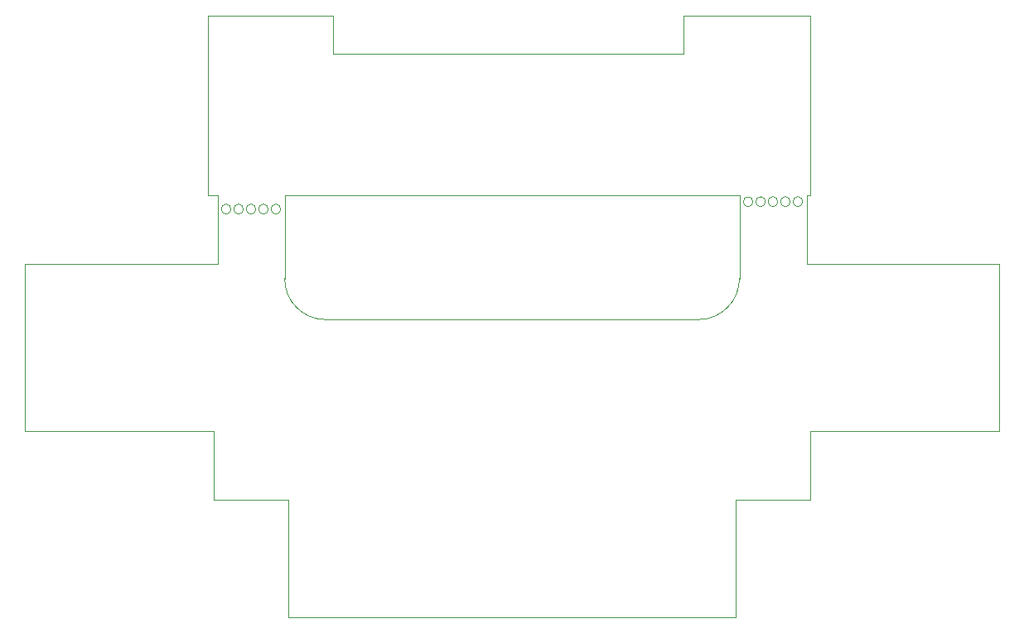
<source format=gbr>
%TF.GenerationSoftware,KiCad,Pcbnew,8.0.5*%
%TF.CreationDate,2024-09-27T22:13:58+09:00*%
%TF.ProjectId,_____,e9a4f3fa-7f2e-46b6-9963-61645f706362,rev?*%
%TF.SameCoordinates,Original*%
%TF.FileFunction,Profile,NP*%
%FSLAX46Y46*%
G04 Gerber Fmt 4.6, Leading zero omitted, Abs format (unit mm)*
G04 Created by KiCad (PCBNEW 8.0.5) date 2024-09-27 22:13:58*
%MOMM*%
%LPD*%
G01*
G04 APERTURE LIST*
%TA.AperFunction,Profile*%
%ADD10C,0.100000*%
%TD*%
G04 APERTURE END LIST*
D10*
X102579886Y-54607000D02*
X106516886Y-54607000D01*
X69940886Y-81785000D02*
G75*
G02*
X65749900Y-77594000I14J4191000D01*
G01*
X58510886Y-100200000D02*
X66130886Y-100200000D01*
X65749886Y-76070000D02*
X65749886Y-77594000D01*
X70702886Y-50670000D02*
X57875886Y-50670000D01*
X65749886Y-72006000D02*
X65749886Y-76070000D01*
X112231886Y-70355000D02*
X112231886Y-77594000D01*
X58891886Y-76070000D02*
X58891886Y-72006000D01*
X138774886Y-93215000D02*
X138774886Y-76070000D01*
X119470886Y-50670000D02*
X119470886Y-69085000D01*
X106516886Y-54607000D02*
X106516886Y-50670000D01*
X112231886Y-77594000D02*
G75*
G02*
X108040886Y-81784986I-4190986J0D01*
G01*
X111850886Y-112265000D02*
X111850886Y-100200000D01*
X117422886Y-69720000D02*
G75*
G02*
X116422886Y-69720000I-500000J0D01*
G01*
X116422886Y-69720000D02*
G75*
G02*
X117422886Y-69720000I500000J0D01*
G01*
X138774886Y-93215000D02*
X119470886Y-93215000D01*
X70702886Y-54607000D02*
X74639886Y-54607000D01*
X57875886Y-69085000D02*
X58891886Y-69085000D01*
X57875886Y-69085000D02*
X57875886Y-50670000D01*
X119470886Y-100200000D02*
X111850886Y-100200000D01*
X69940886Y-81785000D02*
X108040886Y-81785000D01*
X58510886Y-93215000D02*
X58510886Y-100200000D01*
X88990886Y-112265000D02*
X66130886Y-112265000D01*
X102579886Y-54607000D02*
X74639886Y-54607000D01*
X65749886Y-69085000D02*
X112231886Y-69085000D01*
X119089886Y-69085000D02*
X119470886Y-69085000D01*
X114898886Y-69720000D02*
G75*
G02*
X113898886Y-69720000I-500000J0D01*
G01*
X113898886Y-69720000D02*
G75*
G02*
X114898886Y-69720000I500000J0D01*
G01*
X119470886Y-93215000D02*
X119470886Y-100200000D01*
X119089886Y-70355000D02*
X119089886Y-74419000D01*
X113620886Y-69728000D02*
G75*
G02*
X112620886Y-69728000I-500000J0D01*
G01*
X112620886Y-69728000D02*
G75*
G02*
X113620886Y-69728000I500000J0D01*
G01*
X116152886Y-69720000D02*
G75*
G02*
X115152886Y-69720000I-500000J0D01*
G01*
X115152886Y-69720000D02*
G75*
G02*
X116152886Y-69720000I500000J0D01*
G01*
X88990886Y-112265000D02*
X111850886Y-112265000D01*
X39206886Y-93215000D02*
X39206886Y-76070000D01*
X106516886Y-50670000D02*
X119470886Y-50670000D01*
X70702886Y-54607000D02*
X70702886Y-50670000D01*
X39206886Y-76070000D02*
X58891886Y-76070000D01*
X66130886Y-112265000D02*
X66130886Y-100200000D01*
X118700886Y-69720000D02*
G75*
G02*
X117700886Y-69720000I-500000J0D01*
G01*
X117700886Y-69720000D02*
G75*
G02*
X118700886Y-69720000I500000J0D01*
G01*
X138774886Y-76070000D02*
X119089886Y-76070000D01*
X58510886Y-93215000D02*
X39206886Y-93215000D01*
X119089886Y-74419000D02*
X119089886Y-76070000D01*
X119089886Y-70355000D02*
X119089886Y-69085000D01*
X112231886Y-70355000D02*
X112231886Y-69085000D01*
X64082886Y-70482000D02*
G75*
G02*
X63082886Y-70482000I-500000J0D01*
G01*
X63082886Y-70482000D02*
G75*
G02*
X64082886Y-70482000I500000J0D01*
G01*
X58891886Y-72006000D02*
X58891886Y-69085000D01*
X60272886Y-70482000D02*
G75*
G02*
X59272886Y-70482000I-500000J0D01*
G01*
X59272886Y-70482000D02*
G75*
G02*
X60272886Y-70482000I500000J0D01*
G01*
X65352886Y-70482000D02*
G75*
G02*
X64352886Y-70482000I-500000J0D01*
G01*
X64352886Y-70482000D02*
G75*
G02*
X65352886Y-70482000I500000J0D01*
G01*
X62812886Y-70482000D02*
G75*
G02*
X61812886Y-70482000I-500000J0D01*
G01*
X61812886Y-70482000D02*
G75*
G02*
X62812886Y-70482000I500000J0D01*
G01*
X65749886Y-72006000D02*
X65749886Y-69085000D01*
X61542886Y-70482000D02*
G75*
G02*
X60542886Y-70482000I-500000J0D01*
G01*
X60542886Y-70482000D02*
G75*
G02*
X61542886Y-70482000I500000J0D01*
G01*
M02*

</source>
